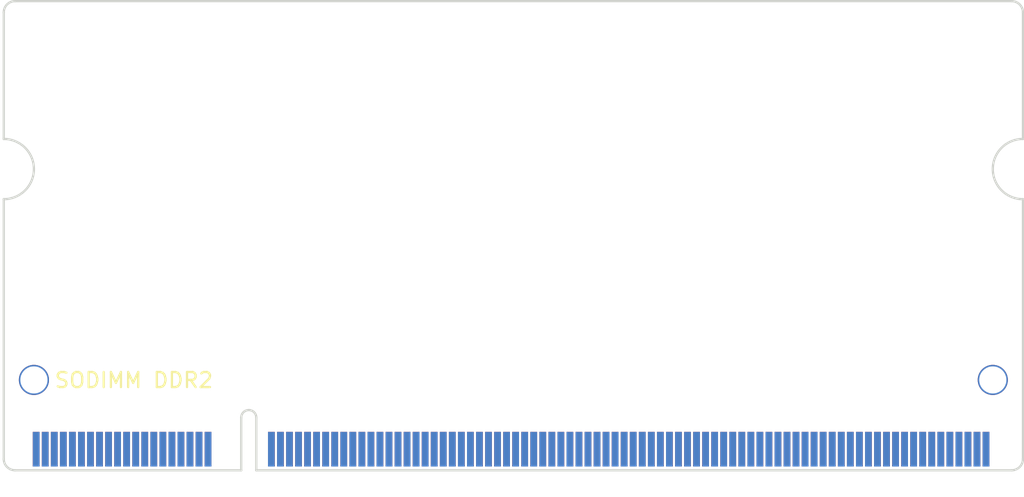
<source format=kicad_pcb>
(kicad_pcb (version 20171130) (host pcbnew "(5.1.5)-3")

  (general
    (thickness 1.6)
    (drawings 18)
    (tracks 2)
    (zones 0)
    (modules 1)
    (nets 1)
  )

  (page A4)
  (layers
    (0 F.Cu signal)
    (31 B.Cu signal)
    (32 B.Adhes user)
    (33 F.Adhes user)
    (34 B.Paste user)
    (35 F.Paste user)
    (36 B.SilkS user)
    (37 F.SilkS user)
    (38 B.Mask user hide)
    (39 F.Mask user hide)
    (40 Dwgs.User user)
    (41 Cmts.User user)
    (42 Eco1.User user)
    (43 Eco2.User user)
    (44 Edge.Cuts user)
    (45 Margin user)
    (46 B.CrtYd user)
    (47 F.CrtYd user)
    (48 B.Fab user)
    (49 F.Fab user)
  )

  (setup
    (last_trace_width 0.25)
    (trace_clearance 0.2)
    (zone_clearance 0.508)
    (zone_45_only yes)
    (trace_min 0.2)
    (via_size 0.6)
    (via_drill 0.4)
    (via_min_size 0.4)
    (via_min_drill 0.3)
    (uvia_size 0.3)
    (uvia_drill 0.1)
    (uvias_allowed no)
    (uvia_min_size 0.2)
    (uvia_min_drill 0.1)
    (edge_width 0.05)
    (segment_width 0.2)
    (pcb_text_width 0.3)
    (pcb_text_size 1.5 1.5)
    (mod_edge_width 0.12)
    (mod_text_size 1 1)
    (mod_text_width 0.15)
    (pad_size 1.524 1.524)
    (pad_drill 0.762)
    (pad_to_mask_clearance 0.051)
    (solder_mask_min_width 0.25)
    (aux_axis_origin 0 0)
    (visible_elements 7FFFFFFF)
    (pcbplotparams
      (layerselection 0x010fc_ffffffff)
      (usegerberextensions false)
      (usegerberattributes false)
      (usegerberadvancedattributes false)
      (creategerberjobfile false)
      (excludeedgelayer true)
      (linewidth 0.100000)
      (plotframeref false)
      (viasonmask false)
      (mode 1)
      (useauxorigin false)
      (hpglpennumber 1)
      (hpglpenspeed 20)
      (hpglpendiameter 15.000000)
      (psnegative false)
      (psa4output false)
      (plotreference true)
      (plotvalue true)
      (plotinvisibletext false)
      (padsonsilk false)
      (subtractmaskfromsilk false)
      (outputformat 1)
      (mirror false)
      (drillshape 1)
      (scaleselection 1)
      (outputdirectory ""))
  )

  (net 0 "")

  (net_class Default "This is the default net class."
    (clearance 0.2)
    (trace_width 0.25)
    (via_dia 0.6)
    (via_drill 0.4)
    (uvia_dia 0.3)
    (uvia_drill 0.1)
  )

  (module SODIMM:SODIMM_DDR2_EDGE (layer F.Cu) (tedit 0) (tstamp 5FEB6501)
    (at 118.27 115.16)
    (fp_text reference "SODIMM DDR2" (at 8.63 -5.98) (layer F.SilkS)
      (effects (font (size 1 1) (thickness 0.15)))
    )
    (fp_text value "SODIMM DDR2 EDGE" (at 9.17 0.94) (layer F.Fab)
      (effects (font (size 1 1) (thickness 0.15)))
    )
    (pad 200 smd rect (at 65.15 -1.4 180) (size 0.45 2.3) (layers B.Cu B.Mask))
    (pad 199 smd rect (at 65.15 -1.4) (size 0.45 2.3) (layers F.Cu F.Mask))
    (pad 198 smd rect (at 64.55 -1.4 180) (size 0.45 2.3) (layers B.Cu B.Mask))
    (pad 197 smd rect (at 64.55 -1.4) (size 0.45 2.3) (layers F.Cu F.Mask))
    (pad 196 smd rect (at 63.95 -1.4 180) (size 0.45 2.3) (layers B.Cu B.Mask))
    (pad 195 smd rect (at 63.95 -1.4) (size 0.45 2.3) (layers F.Cu F.Mask))
    (pad 194 smd rect (at 63.35 -1.4 180) (size 0.45 2.3) (layers B.Cu B.Mask))
    (pad 193 smd rect (at 63.35 -1.4) (size 0.45 2.3) (layers F.Cu F.Mask))
    (pad 192 smd rect (at 62.75 -1.4 180) (size 0.45 2.3) (layers B.Cu B.Mask))
    (pad 191 smd rect (at 62.75 -1.4) (size 0.45 2.3) (layers F.Cu F.Mask))
    (pad 190 smd rect (at 62.15 -1.4 180) (size 0.45 2.3) (layers B.Cu B.Mask))
    (pad 189 smd rect (at 62.15 -1.4) (size 0.45 2.3) (layers F.Cu F.Mask))
    (pad 188 smd rect (at 61.55 -1.4 180) (size 0.45 2.3) (layers B.Cu B.Mask))
    (pad 187 smd rect (at 61.55 -1.4) (size 0.45 2.3) (layers F.Cu F.Mask))
    (pad 186 smd rect (at 60.95 -1.4 180) (size 0.45 2.3) (layers B.Cu B.Mask))
    (pad 185 smd rect (at 60.95 -1.4) (size 0.45 2.3) (layers F.Cu F.Mask))
    (pad 184 smd rect (at 60.35 -1.4 180) (size 0.45 2.3) (layers B.Cu B.Mask))
    (pad 183 smd rect (at 60.35 -1.4) (size 0.45 2.3) (layers F.Cu F.Mask))
    (pad 182 smd rect (at 59.75 -1.4 180) (size 0.45 2.3) (layers B.Cu B.Mask))
    (pad 181 smd rect (at 59.75 -1.4) (size 0.45 2.3) (layers F.Cu F.Mask))
    (pad 180 smd rect (at 59.15 -1.4 180) (size 0.45 2.3) (layers B.Cu B.Mask))
    (pad 179 smd rect (at 59.15 -1.4) (size 0.45 2.3) (layers F.Cu F.Mask))
    (pad 178 smd rect (at 58.55 -1.4 180) (size 0.45 2.3) (layers B.Cu B.Mask))
    (pad 177 smd rect (at 58.55 -1.4) (size 0.45 2.3) (layers F.Cu F.Mask))
    (pad 176 smd rect (at 57.95 -1.4 180) (size 0.45 2.3) (layers B.Cu B.Mask))
    (pad 175 smd rect (at 57.95 -1.4) (size 0.45 2.3) (layers F.Cu F.Mask))
    (pad 174 smd rect (at 57.35 -1.4 180) (size 0.45 2.3) (layers B.Cu B.Mask))
    (pad 173 smd rect (at 57.35 -1.4) (size 0.45 2.3) (layers F.Cu F.Mask))
    (pad 172 smd rect (at 56.75 -1.4 180) (size 0.45 2.3) (layers B.Cu B.Mask))
    (pad 171 smd rect (at 56.75 -1.4) (size 0.45 2.3) (layers F.Cu F.Mask))
    (pad 170 smd rect (at 56.15 -1.4 180) (size 0.45 2.3) (layers B.Cu B.Mask))
    (pad 169 smd rect (at 56.15 -1.4) (size 0.45 2.3) (layers F.Cu F.Mask))
    (pad 168 smd rect (at 55.55 -1.4 180) (size 0.45 2.3) (layers B.Cu B.Mask))
    (pad 167 smd rect (at 55.55 -1.4) (size 0.45 2.3) (layers F.Cu F.Mask))
    (pad 166 smd rect (at 54.95 -1.4 180) (size 0.45 2.3) (layers B.Cu B.Mask))
    (pad 165 smd rect (at 54.95 -1.4) (size 0.45 2.3) (layers F.Cu F.Mask))
    (pad 164 smd rect (at 54.35 -1.4 180) (size 0.45 2.3) (layers B.Cu B.Mask))
    (pad 163 smd rect (at 54.35 -1.4) (size 0.45 2.3) (layers F.Cu F.Mask))
    (pad 162 smd rect (at 53.75 -1.4 180) (size 0.45 2.3) (layers B.Cu B.Mask))
    (pad 161 smd rect (at 53.75 -1.4) (size 0.45 2.3) (layers F.Cu F.Mask))
    (pad 160 smd rect (at 53.15 -1.4 180) (size 0.45 2.3) (layers B.Cu B.Mask))
    (pad 159 smd rect (at 53.15 -1.4) (size 0.45 2.3) (layers F.Cu F.Mask))
    (pad 158 smd rect (at 52.55 -1.4 180) (size 0.45 2.3) (layers B.Cu B.Mask))
    (pad 157 smd rect (at 52.55 -1.4) (size 0.45 2.3) (layers F.Cu F.Mask))
    (pad 156 smd rect (at 51.95 -1.4 180) (size 0.45 2.3) (layers B.Cu B.Mask))
    (pad 155 smd rect (at 51.95 -1.4) (size 0.45 2.3) (layers F.Cu F.Mask))
    (pad 154 smd rect (at 51.35 -1.4 180) (size 0.45 2.3) (layers B.Cu B.Mask))
    (pad 153 smd rect (at 51.35 -1.4) (size 0.45 2.3) (layers F.Cu F.Mask))
    (pad 152 smd rect (at 50.75 -1.4 180) (size 0.45 2.3) (layers B.Cu B.Mask))
    (pad 151 smd rect (at 50.75 -1.4) (size 0.45 2.3) (layers F.Cu F.Mask))
    (pad 150 smd rect (at 50.15 -1.4 180) (size 0.45 2.3) (layers B.Cu B.Mask))
    (pad 149 smd rect (at 50.15 -1.4) (size 0.45 2.3) (layers F.Cu F.Mask))
    (pad 148 smd rect (at 49.55 -1.4 180) (size 0.45 2.3) (layers B.Cu B.Mask))
    (pad 147 smd rect (at 49.55 -1.4) (size 0.45 2.3) (layers F.Cu F.Mask))
    (pad 146 smd rect (at 48.95 -1.4 180) (size 0.45 2.3) (layers B.Cu B.Mask))
    (pad 145 smd rect (at 48.95 -1.4) (size 0.45 2.3) (layers F.Cu F.Mask))
    (pad 144 smd rect (at 48.35 -1.4 180) (size 0.45 2.3) (layers B.Cu B.Mask))
    (pad 143 smd rect (at 48.35 -1.4) (size 0.45 2.3) (layers F.Cu F.Mask))
    (pad 142 smd rect (at 47.75 -1.4 180) (size 0.45 2.3) (layers B.Cu B.Mask))
    (pad 141 smd rect (at 47.75 -1.4) (size 0.45 2.3) (layers F.Cu F.Mask))
    (pad 140 smd rect (at 47.15 -1.4 180) (size 0.45 2.3) (layers B.Cu B.Mask))
    (pad 139 smd rect (at 47.15 -1.4) (size 0.45 2.3) (layers F.Cu F.Mask))
    (pad 138 smd rect (at 46.55 -1.4 180) (size 0.45 2.3) (layers B.Cu B.Mask))
    (pad 137 smd rect (at 46.55 -1.4) (size 0.45 2.3) (layers F.Cu F.Mask))
    (pad 136 smd rect (at 45.95 -1.4 180) (size 0.45 2.3) (layers B.Cu B.Mask))
    (pad 135 smd rect (at 45.95 -1.4) (size 0.45 2.3) (layers F.Cu F.Mask))
    (pad 134 smd rect (at 45.35 -1.4 180) (size 0.45 2.3) (layers B.Cu B.Mask))
    (pad 133 smd rect (at 45.35 -1.4) (size 0.45 2.3) (layers F.Cu F.Mask))
    (pad 132 smd rect (at 44.75 -1.4 180) (size 0.45 2.3) (layers B.Cu B.Mask))
    (pad 131 smd rect (at 44.75 -1.4) (size 0.45 2.3) (layers F.Cu F.Mask))
    (pad 130 smd rect (at 44.15 -1.4 180) (size 0.45 2.3) (layers B.Cu B.Mask))
    (pad 129 smd rect (at 44.15 -1.4) (size 0.45 2.3) (layers F.Cu F.Mask))
    (pad 128 smd rect (at 43.55 -1.4 180) (size 0.45 2.3) (layers B.Cu B.Mask))
    (pad 127 smd rect (at 43.55 -1.4) (size 0.45 2.3) (layers F.Cu F.Mask))
    (pad 126 smd rect (at 42.95 -1.4 180) (size 0.45 2.3) (layers B.Cu B.Mask))
    (pad 125 smd rect (at 42.95 -1.4) (size 0.45 2.3) (layers F.Cu F.Mask))
    (pad 124 smd rect (at 42.35 -1.4 180) (size 0.45 2.3) (layers B.Cu B.Mask))
    (pad 123 smd rect (at 42.35 -1.4) (size 0.45 2.3) (layers F.Cu F.Mask))
    (pad 122 smd rect (at 41.75 -1.4 180) (size 0.45 2.3) (layers B.Cu B.Mask))
    (pad 121 smd rect (at 41.75 -1.4) (size 0.45 2.3) (layers F.Cu F.Mask))
    (pad 120 smd rect (at 41.15 -1.4 180) (size 0.45 2.3) (layers B.Cu B.Mask))
    (pad 119 smd rect (at 41.15 -1.4) (size 0.45 2.3) (layers F.Cu F.Mask))
    (pad 118 smd rect (at 40.55 -1.4 180) (size 0.45 2.3) (layers B.Cu B.Mask))
    (pad 117 smd rect (at 40.55 -1.4) (size 0.45 2.3) (layers F.Cu F.Mask))
    (pad 116 smd rect (at 39.95 -1.4 180) (size 0.45 2.3) (layers B.Cu B.Mask))
    (pad 115 smd rect (at 39.95 -1.4) (size 0.45 2.3) (layers F.Cu F.Mask))
    (pad 114 smd rect (at 39.35 -1.4 180) (size 0.45 2.3) (layers B.Cu B.Mask))
    (pad 113 smd rect (at 39.35 -1.4) (size 0.45 2.3) (layers F.Cu F.Mask))
    (pad 112 smd rect (at 38.75 -1.4 180) (size 0.45 2.3) (layers B.Cu B.Mask))
    (pad 111 smd rect (at 38.75 -1.4) (size 0.45 2.3) (layers F.Cu F.Mask))
    (pad 110 smd rect (at 38.15 -1.4 180) (size 0.45 2.3) (layers B.Cu B.Mask))
    (pad 109 smd rect (at 38.15 -1.4) (size 0.45 2.3) (layers F.Cu F.Mask))
    (pad 108 smd rect (at 37.55 -1.4 180) (size 0.45 2.3) (layers B.Cu B.Mask))
    (pad 107 smd rect (at 37.55 -1.4) (size 0.45 2.3) (layers F.Cu F.Mask))
    (pad 106 smd rect (at 36.95 -1.4 180) (size 0.45 2.3) (layers B.Cu B.Mask))
    (pad 105 smd rect (at 36.95 -1.4) (size 0.45 2.3) (layers F.Cu F.Mask))
    (pad 104 smd rect (at 36.35 -1.4 180) (size 0.45 2.3) (layers B.Cu B.Mask))
    (pad 103 smd rect (at 36.35 -1.4) (size 0.45 2.3) (layers F.Cu F.Mask))
    (pad 102 smd rect (at 35.75 -1.4 180) (size 0.45 2.3) (layers B.Cu B.Mask))
    (pad 101 smd rect (at 35.75 -1.4) (size 0.45 2.3) (layers F.Cu F.Mask))
    (pad 100 smd rect (at 35.15 -1.4 180) (size 0.45 2.3) (layers B.Cu B.Mask))
    (pad 99 smd rect (at 35.15 -1.4) (size 0.45 2.3) (layers F.Cu F.Mask))
    (pad 98 smd rect (at 34.55 -1.4 180) (size 0.45 2.3) (layers B.Cu B.Mask))
    (pad 97 smd rect (at 34.55 -1.4) (size 0.45 2.3) (layers F.Cu F.Mask))
    (pad 96 smd rect (at 33.95 -1.4 180) (size 0.45 2.3) (layers B.Cu B.Mask))
    (pad 95 smd rect (at 33.95 -1.4) (size 0.45 2.3) (layers F.Cu F.Mask))
    (pad 94 smd rect (at 33.35 -1.4 180) (size 0.45 2.3) (layers B.Cu B.Mask))
    (pad 93 smd rect (at 33.35 -1.4) (size 0.45 2.3) (layers F.Cu F.Mask))
    (pad 92 smd rect (at 32.75 -1.4 180) (size 0.45 2.3) (layers B.Cu B.Mask))
    (pad 91 smd rect (at 32.75 -1.4) (size 0.45 2.3) (layers F.Cu F.Mask))
    (pad 90 smd rect (at 32.15 -1.4 180) (size 0.45 2.3) (layers B.Cu B.Mask))
    (pad 89 smd rect (at 32.15 -1.4) (size 0.45 2.3) (layers F.Cu F.Mask))
    (pad 88 smd rect (at 31.55 -1.4 180) (size 0.45 2.3) (layers B.Cu B.Mask))
    (pad 87 smd rect (at 31.55 -1.4) (size 0.45 2.3) (layers F.Cu F.Mask))
    (pad 86 smd rect (at 30.95 -1.4 180) (size 0.45 2.3) (layers B.Cu B.Mask))
    (pad 85 smd rect (at 30.95 -1.4) (size 0.45 2.3) (layers F.Cu F.Mask))
    (pad 84 smd rect (at 30.35 -1.4 180) (size 0.45 2.3) (layers B.Cu B.Mask))
    (pad 83 smd rect (at 30.35 -1.4) (size 0.45 2.3) (layers F.Cu F.Mask))
    (pad 82 smd rect (at 29.75 -1.4 180) (size 0.45 2.3) (layers B.Cu B.Mask))
    (pad 81 smd rect (at 29.75 -1.4) (size 0.45 2.3) (layers F.Cu F.Mask))
    (pad 80 smd rect (at 29.15 -1.4 180) (size 0.45 2.3) (layers B.Cu B.Mask))
    (pad 79 smd rect (at 29.15 -1.4) (size 0.45 2.3) (layers F.Cu F.Mask))
    (pad 78 smd rect (at 28.55 -1.4 180) (size 0.45 2.3) (layers B.Cu B.Mask))
    (pad 77 smd rect (at 28.55 -1.4) (size 0.45 2.3) (layers F.Cu F.Mask))
    (pad 76 smd rect (at 27.95 -1.4 180) (size 0.45 2.3) (layers B.Cu B.Mask))
    (pad 75 smd rect (at 27.95 -1.4) (size 0.45 2.3) (layers F.Cu F.Mask))
    (pad 74 smd rect (at 27.35 -1.4 180) (size 0.45 2.3) (layers B.Cu B.Mask))
    (pad 73 smd rect (at 27.35 -1.4) (size 0.45 2.3) (layers F.Cu F.Mask))
    (pad 72 smd rect (at 26.75 -1.4 180) (size 0.45 2.3) (layers B.Cu B.Mask))
    (pad 71 smd rect (at 26.75 -1.4) (size 0.45 2.3) (layers F.Cu F.Mask))
    (pad 70 smd rect (at 26.15 -1.4 180) (size 0.45 2.3) (layers B.Cu B.Mask))
    (pad 69 smd rect (at 26.15 -1.4) (size 0.45 2.3) (layers F.Cu F.Mask))
    (pad 68 smd rect (at 25.55 -1.4 180) (size 0.45 2.3) (layers B.Cu B.Mask))
    (pad 67 smd rect (at 25.55 -1.4) (size 0.45 2.3) (layers F.Cu F.Mask))
    (pad 66 smd rect (at 24.95 -1.4 180) (size 0.45 2.3) (layers B.Cu B.Mask))
    (pad 65 smd rect (at 24.95 -1.4) (size 0.45 2.3) (layers F.Cu F.Mask))
    (pad 64 smd rect (at 24.35 -1.4 180) (size 0.45 2.3) (layers B.Cu B.Mask))
    (pad 63 smd rect (at 24.35 -1.4) (size 0.45 2.3) (layers F.Cu F.Mask))
    (pad 62 smd rect (at 23.75 -1.4) (size 0.45 2.3) (layers B.Cu B.Mask))
    (pad 61 smd rect (at 23.75 -1.4) (size 0.45 2.3) (layers F.Cu F.Mask))
    (pad 60 smd rect (at 23.15 -1.4 180) (size 0.45 2.3) (layers B.Cu B.Mask))
    (pad 59 smd rect (at 23.15 -1.4) (size 0.45 2.3) (layers F.Cu F.Mask))
    (pad 58 smd rect (at 22.55 -1.4 180) (size 0.45 2.3) (layers B.Cu B.Mask))
    (pad 57 smd rect (at 22.55 -1.4) (size 0.45 2.3) (layers F.Cu F.Mask))
    (pad 56 smd rect (at 21.95 -1.4 180) (size 0.45 2.3) (layers B.Cu B.Mask))
    (pad 55 smd rect (at 21.95 -1.4) (size 0.45 2.3) (layers F.Cu F.Mask))
    (pad 54 smd rect (at 21.35 -1.4 180) (size 0.45 2.3) (layers B.Cu B.Mask))
    (pad 53 smd rect (at 21.35 -1.4) (size 0.45 2.3) (layers F.Cu F.Mask))
    (pad 52 smd rect (at 20.75 -1.4 180) (size 0.45 2.3) (layers B.Cu B.Mask))
    (pad 51 smd rect (at 20.75 -1.4) (size 0.45 2.3) (layers F.Cu F.Mask))
    (pad 50 smd rect (at 20.15 -1.4 180) (size 0.45 2.3) (layers B.Cu B.Mask))
    (pad 49 smd rect (at 20.15 -1.4) (size 0.45 2.3) (layers F.Cu F.Mask))
    (pad 48 smd rect (at 19.55 -1.4 180) (size 0.45 2.3) (layers B.Cu B.Mask))
    (pad 47 smd rect (at 19.55 -1.4) (size 0.45 2.3) (layers F.Cu F.Mask))
    (pad 46 smd rect (at 18.95 -1.4 180) (size 0.45 2.3) (layers B.Cu B.Mask))
    (pad 45 smd rect (at 18.95 -1.4) (size 0.45 2.3) (layers F.Cu F.Mask))
    (pad 44 smd rect (at 18.35 -1.4 180) (size 0.45 2.3) (layers B.Cu B.Mask))
    (pad 43 smd rect (at 18.35 -1.4) (size 0.45 2.3) (layers F.Cu F.Mask))
    (pad 42 smd rect (at 17.75 -1.4 180) (size 0.45 2.3) (layers B.Cu B.Mask))
    (pad 41 smd rect (at 17.75 -1.4) (size 0.45 2.3) (layers F.Cu F.Mask))
    (pad 40 smd rect (at 13.55 -1.4 180) (size 0.45 2.3) (layers B.Cu B.Mask))
    (pad 39 smd rect (at 13.55 -1.4) (size 0.45 2.3) (layers F.Cu F.Mask))
    (pad 38 smd rect (at 12.95 -1.4 180) (size 0.45 2.3) (layers B.Cu B.Mask))
    (pad 37 smd rect (at 12.95 -1.4) (size 0.45 2.3) (layers F.Cu F.Mask))
    (pad 36 smd rect (at 12.35 -1.4 180) (size 0.45 2.3) (layers B.Cu B.Mask))
    (pad 35 smd rect (at 12.35 -1.4) (size 0.45 2.3) (layers F.Cu F.Mask))
    (pad 34 smd rect (at 11.75 -1.4 180) (size 0.45 2.3) (layers B.Cu B.Mask))
    (pad 33 smd rect (at 11.75 -1.4) (size 0.45 2.3) (layers F.Cu F.Mask))
    (pad 32 smd rect (at 11.15 -1.4 180) (size 0.45 2.3) (layers B.Cu B.Mask))
    (pad 31 smd rect (at 11.15 -1.4) (size 0.45 2.3) (layers F.Cu F.Mask))
    (pad 30 smd rect (at 10.55 -1.4 180) (size 0.45 2.3) (layers B.Cu B.Mask))
    (pad 29 smd rect (at 10.55 -1.4) (size 0.45 2.3) (layers F.Cu F.Mask))
    (pad 28 smd rect (at 9.95 -1.4 180) (size 0.45 2.3) (layers B.Cu B.Mask))
    (pad 27 smd rect (at 9.95 -1.4) (size 0.45 2.3) (layers F.Cu F.Mask))
    (pad 26 smd rect (at 9.35 -1.4 180) (size 0.45 2.3) (layers B.Cu B.Mask))
    (pad 25 smd rect (at 9.35 -1.4) (size 0.45 2.3) (layers F.Cu F.Mask))
    (pad 24 smd rect (at 8.75 -1.4 180) (size 0.45 2.3) (layers B.Cu B.Mask))
    (pad 23 smd rect (at 8.75 -1.4) (size 0.45 2.3) (layers F.Cu F.Mask))
    (pad 22 smd rect (at 8.15 -1.4 180) (size 0.45 2.3) (layers B.Cu B.Mask))
    (pad 21 smd rect (at 8.15 -1.4) (size 0.45 2.3) (layers F.Cu F.Mask))
    (pad 20 smd rect (at 7.55 -1.4 180) (size 0.45 2.3) (layers B.Cu B.Mask))
    (pad 19 smd rect (at 7.55 -1.4) (size 0.45 2.3) (layers F.Cu F.Mask))
    (pad 18 smd rect (at 6.95 -1.4 180) (size 0.45 2.3) (layers B.Cu B.Mask))
    (pad 17 smd rect (at 6.95 -1.4) (size 0.45 2.3) (layers F.Cu F.Mask))
    (pad 16 smd rect (at 6.35 -1.4 180) (size 0.45 2.3) (layers B.Cu B.Mask))
    (pad 15 smd rect (at 6.35 -1.4) (size 0.45 2.3) (layers F.Cu F.Mask))
    (pad 14 smd rect (at 5.75 -1.4 180) (size 0.45 2.3) (layers B.Cu B.Mask))
    (pad 13 smd rect (at 5.75 -1.4) (size 0.45 2.3) (layers F.Cu F.Mask))
    (pad 12 smd rect (at 5.15 -1.4 180) (size 0.45 2.3) (layers B.Cu B.Mask))
    (pad 11 smd rect (at 5.15 -1.4) (size 0.45 2.3) (layers F.Cu F.Mask))
    (pad 10 smd rect (at 4.55 -1.4 180) (size 0.45 2.3) (layers B.Cu B.Mask))
    (pad 9 smd rect (at 4.55 -1.4) (size 0.45 2.3) (layers F.Cu F.Mask))
    (pad 8 smd rect (at 3.95 -1.4 180) (size 0.45 2.3) (layers B.Cu B.Mask))
    (pad 7 smd rect (at 3.95 -1.4) (size 0.45 2.3) (layers F.Cu F.Mask))
    (pad 6 smd rect (at 3.35 -1.4 180) (size 0.45 2.3) (layers B.Cu B.Mask))
    (pad 5 smd rect (at 3.35 -1.4) (size 0.45 2.3) (layers F.Cu F.Mask))
    (pad 4 smd rect (at 2.75 -1.4 180) (size 0.45 2.3) (layers B.Cu B.Mask))
    (pad 3 smd rect (at 2.75 -1.4) (size 0.45 2.3) (layers F.Cu F.Mask))
    (pad 2 smd rect (at 2.15 -1.4 180) (size 0.45 2.3) (layers B.Cu B.Mask))
    (pad 1 smd rect (at 2.15 -1.4) (size 0.45 2.3) (layers F.Cu F.Mask))
  )

  (gr_poly (pts (xy 185.87 115.16) (xy 118.27 115.16) (xy 118.27 112.56) (xy 185.87 112.56)) (layer B.Mask) (width 0.1) (tstamp 5FEBF089))
  (gr_poly (pts (xy 185.87 115.16) (xy 118.27 115.16) (xy 118.27 112.56) (xy 185.87 112.56)) (layer F.Mask) (width 0.1))
  (gr_arc (start 185.12 114.41) (end 185.87 114.41) (angle 90) (layer Edge.Cuts) (width 0.15) (tstamp 5FEBAF1B))
  (gr_arc (start 119.019999 114.408691) (end 119.019999 115.158691) (angle 89.9) (layer Edge.Cuts) (width 0.15) (tstamp 5FEBAF1B))
  (gr_arc (start 185.12 84.76) (end 185.12 84.01) (angle 89.9) (layer Edge.Cuts) (width 0.15) (tstamp 5FEBAF1B))
  (gr_arc (start 119.02 84.76) (end 118.27 84.76) (angle 89.9) (layer Edge.Cuts) (width 0.15) (tstamp 5FEBAF1B))
  (gr_line (start 185.869999 84.76) (end 185.87 93.16) (layer Edge.Cuts) (width 0.15))
  (gr_arc (start 185.87 95.16) (end 185.87 97.16) (angle 180) (layer Edge.Cuts) (width 0.15))
  (gr_arc (start 118.27 95.16) (end 118.27 93.16) (angle 180) (layer Edge.Cuts) (width 0.15))
  (gr_line (start 119.018691 84.01) (end 185.12 84.01) (layer Edge.Cuts) (width 0.15))
  (gr_line (start 118.27 97.16) (end 118.27 114.41) (layer Edge.Cuts) (width 0.15))
  (gr_line (start 118.27 84.76) (end 118.27 93.16) (layer Edge.Cuts) (width 0.15))
  (gr_line (start 185.87 114.41) (end 185.87 97.16) (layer Edge.Cuts) (width 0.15))
  (gr_arc (start 134.52 111.66) (end 134.02 111.66) (angle 180) (layer Edge.Cuts) (width 0.15))
  (gr_line (start 135.02 115.16) (end 185.121309 115.159999) (layer Edge.Cuts) (width 0.15))
  (gr_line (start 134.02 115.16) (end 119.019999 115.158691) (layer Edge.Cuts) (width 0.15))
  (gr_line (start 134.02 115.16) (end 134.02 111.66) (layer Edge.Cuts) (width 0.15))
  (gr_line (start 135.02 115.16) (end 135.02 111.66) (layer Edge.Cuts) (width 0.15))

  (via (at 120.27 109.16) (size 2) (drill 1.8) (layers F.Cu B.Cu) (net 0))
  (via (at 183.87 109.16) (size 2) (drill 1.8) (layers F.Cu B.Cu) (net 0) (tstamp 5FEC5DCF))

  (zone (net 0) (net_name "") (layers F&B.Cu) (tstamp 0) (hatch edge 0.508)
    (connect_pads (clearance 0.508))
    (min_thickness 0.254)
    (keepout (tracks not_allowed) (vias not_allowed) (copperpour not_allowed))
    (fill (arc_segments 32) (thermal_gap 0.508) (thermal_bridge_width 0.508))
    (polygon
      (pts
        (xy 135.74 115.16) (xy 132.1 115.16) (xy 132.1 112.56) (xy 135.74 112.56)
      )
    )
  )
)

</source>
